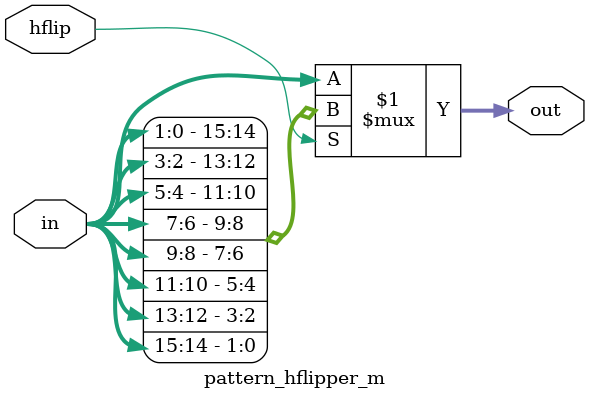
<source format=v>

/* pattern-hflipper.v */


module pattern_hflipper_m (
    input    [15:0] in,
    input           hflip,
    output   [15:0] out
);

    assign out = ( hflip ) ? {
            in[ 1: 0], in[ 3: 2], in[ 5: 4], in[ 7: 6],
            in[ 9: 8], in[11:10], in[13:12], in[15:14]
        } : in;

endmodule

</source>
